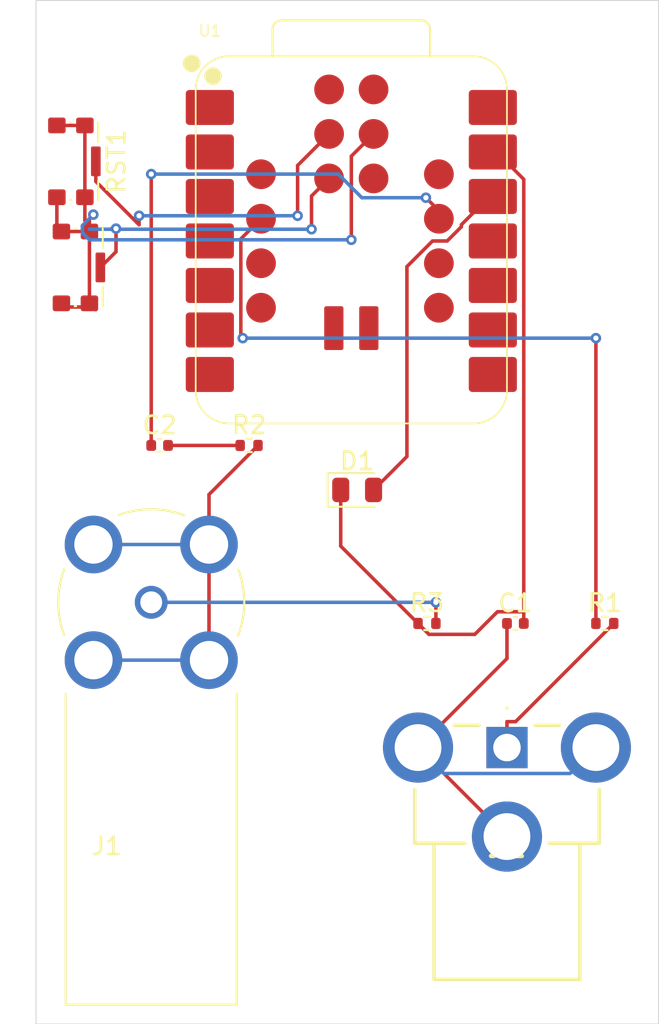
<source format=kicad_pcb>
(kicad_pcb (version 20240108) (generator "pcbnew") (generator_version "8.0")
  (layers (0 "F.Cu" signal) (31 "B.Cu" signal) (34 "B.Paste" user) (35 "F.Paste" user) (36 "B.SilkS" user "B.Silkscreen") (37 "F.SilkS" user "F.Silkscreen") (38 "B.Mask" user) (39 "F.Mask" user) (44 "Edge.Cuts" user))
  (net 0 "")
  (net 1 "Net-(D1-K)")
  (net 2 "Net-(U1-GPIO10{slash}D17{slash}SPI1_SCK)")
  (net 3 "Net-(C2-Pad2)")
  (net 5 "Net-(D1-A)")
  (net 15 "Net-(J1-Pad1)")
  (net 29 "~")
  (net 30 "Net-(C1-Pad1)")
  (net 31 "Net-(J2-Pad1)")
  (net 32 "Net-(U1-GND_1)")
  (net 33 "Net-(BOOT1-B)")
  (net 34 "Net-(RST1-B)")
  (net 35 "Net-(U1-GPIO20{slash}D12{slash}TX1)")
  (footprint "Button_Switch_SMD:SW_SPST_CK_KMS2xxGP" (layer "F.Cu") (at 140.19 57.445 -90)
    (property "Reference" "RST1" (at 0 -2.6 90) (layer "F.SilkS"))
    (property "Value" "RST")
    (fp_line (start -2.21 -0.04) (end -2.21 0.04) (stroke (width 0.12)) (layer "F.SilkS"))
    (fp_line (start 2.21 -0.04) (end 2.21 0.04) (stroke (width 0.12)) (layer "F.SilkS"))
    (fp_line (start -2.21 -1.56) (end -1.11 -1.56) (stroke (width 0.12)) (layer "F.SilkS"))
    (fp_line (start 1.11 -1.56) (end 2.21 -1.56) (stroke (width 0.12)) (layer "F.SilkS"))
    (pad "" np_thru_hole circle (at -0.975 0.75 270) (size 0.9 0.9) (drill 0.9) (layers "F&B.Cu" "*.Mask"))
    (pad "" np_thru_hole circle (at 0.975 0.75 270) (size 0.9 0.9) (drill 0.9) (layers "F&B.Cu" "*.Mask"))
    (pad "1" smd roundrect (at -2.05 -0.8 270) (size 0.9 1) (layers "F.Cu" "F.Paste" "F.Mask") (roundrect_rratio 0.15) (net 32 "Net-(U1-GND_1)"))
    (pad "1" smd roundrect (at 2.05 -0.8 270) (size 0.9 1) (layers "F.Cu" "F.Paste" "F.Mask") (roundrect_rratio 0.15) (net 32 "Net-(U1-GND_1)"))
    (pad "2" smd roundrect (at -2.05 0.8 270) (size 0.9 1) (layers "F.Cu" "F.Paste" "F.Mask") (roundrect_rratio 0.15) (net 32 "Net-(U1-GND_1)"))
    (pad "2" smd roundrect (at 2.05 0.8 270) (size 0.9 1) (layers "F.Cu" "F.Paste" "F.Mask") (roundrect_rratio 0.15) (net 32 "Net-(U1-GND_1)"))
    (pad "SH" smd roundrect (at 0 -1.425 270) (size 1.7 0.55) (layers "F.Cu" "F.Paste" "F.Mask") (roundrect_rratio 0.15) (net 34 "Net-(RST1-B)"))
  )
  (footprint "Seeed Studio XIAO Series Library:XIAO-RP2350-SMD" (layer "F.Cu") (at 156.1275 61.99)
    (property "Reference" "U1" (at -8 -12 0) (layer "F.SilkS") (effects (font (size 0.635 0.635) (thickness 0.1016))))
    (property "Value" "XIAO-RP2350-SMD")
    (fp_line (start -8.8075 8.509) (end -8.8075 -8.636) (stroke (width 0.1)) (layer "F.SilkS"))
    (fp_line (start -6.9025 10.414) (end 7.0675 10.414) (stroke (width 0.1)) (layer "F.SilkS"))
    (fp_line (start -4.4155 -10.553) (end -4.414784 -12.094284) (stroke (width 0.127)) (layer "F.SilkS"))
    (fp_line (start -3.914784 -12.594012) (end 4.080488 -12.594012) (stroke (width 0.127)) (layer "F.SilkS"))
    (fp_line (start 4.580488 -12.094012) (end 4.5815 -10.55) (stroke (width 0.127)) (layer "F.SilkS"))
    (fp_line (start 7.0675 -10.541) (end -6.9025 -10.541) (stroke (width 0.1)) (layer "F.SilkS"))
    (fp_line (start 8.9725 8.509) (end 8.9725 -8.636) (stroke (width 0.1)) (layer "F.SilkS"))
    (fp_arc (start -8.8075 -8.64) (mid -8.249538 -9.987038) (end -6.9025 -10.545) (stroke (width 0.1)) (layer "F.SilkS"))
    (fp_arc (start -6.9025 10.414) (mid -8.249538 9.856038) (end -8.8075 8.509) (stroke (width 0.1)) (layer "F.SilkS"))
    (fp_arc (start -4.414784 -12.094284) (mid -4.268203 -12.447623) (end -3.914784 -12.594012) (stroke (width 0.127)) (layer "F.SilkS"))
    (fp_arc (start 4.080488 -12.594012) (mid 4.434053 -12.44757) (end 4.580488 -12.094012) (stroke (width 0.127)) (layer "F.SilkS"))
    (fp_arc (start 7.0675 -10.541) (mid 8.414538 -9.983038) (end 8.9725 -8.636) (stroke (width 0.1)) (layer "F.SilkS"))
    (fp_arc (start 8.9725 8.509) (mid 8.414538 9.856038) (end 7.0675 10.414) (stroke (width 0.1)) (layer "F.SilkS"))
    (fp_circle (center -9.033512 -10.137012) (end -9.033512 -10.391012) (stroke (width 0.5)) (fill solid) (layer "F.SilkS"))
    (fp_circle (center -7.816512 -9.414012) (end -7.816512 -9.668012) (stroke (width 0.5)) (fill solid) (layer "F.SilkS"))
    (pad "1" smd roundrect (at -8 -7.62 180) (size 2.75 2) (layers "F.Cu" "F.Paste" "F.Mask") (roundrect_rratio 0.1))
    (pad "2" smd roundrect (at -8 -5.08 180) (size 2.75 2) (layers "F.Cu" "F.Paste" "F.Mask") (roundrect_rratio 0.1))
    (pad "3" smd roundrect (at -8 -2.54 180) (size 2.75 2) (layers "F.Cu" "F.Paste" "F.Mask") (roundrect_rratio 0.1))
    (pad "4" smd roundrect (at -8 0 180) (size 2.75 2) (layers "F.Cu" "F.Paste" "F.Mask") (roundrect_rratio 0.1))
    (pad "5" smd roundrect (at -8 2.54 180) (size 2.75 2) (layers "F.Cu" "F.Paste" "F.Mask") (roundrect_rratio 0.1))
    (pad "6" smd roundrect (at -8 5.08 180) (size 2.75 2) (layers "F.Cu" "F.Paste" "F.Mask") (roundrect_rratio 0.1))
    (pad "7" smd roundrect (at -8 7.62 180) (size 2.75 2) (layers "F.Cu" "F.Paste" "F.Mask") (roundrect_rratio 0.1))
    (pad "8" smd roundrect (at 8.165 7.62) (size 2.75 2) (layers "F.Cu" "F.Paste" "F.Mask") (roundrect_rratio 0.1))
    (pad "9" smd roundrect (at 8.165 5.08) (size 2.75 2) (layers "F.Cu" "F.Paste" "F.Mask") (roundrect_rratio 0.1))
    (pad "10" smd roundrect (at 8.165 2.54) (size 2.75 2) (layers "F.Cu" "F.Paste" "F.Mask") (roundrect_rratio 0.1))
    (pad "11" smd roundrect (at 8.165 0) (size 2.75 2) (layers "F.Cu" "F.Paste" "F.Mask") (roundrect_rratio 0.1))
    (pad "12" smd roundrect (at 8.165 -2.54) (size 2.75 2) (layers "F.Cu" "F.Paste" "F.Mask") (roundrect_rratio 0.1) (net 5 "Net-(D1-A)"))
    (pad "13" smd roundrect (at 8.165 -5.08) (size 2.75 2) (layers "F.Cu" "F.Paste" "F.Mask") (roundrect_rratio 0.1) (net 1 "Net-(D1-K)"))
    (pad "14" smd roundrect (at 8.165 -7.62) (size 2.75 2) (layers "F.Cu" "F.Paste" "F.Mask") (roundrect_rratio 0.1))
    (pad "15" smd circle (at 5.083494 -3.81 180) (size 1.7 1.7) (layers "F.Cu" "F.Paste" "F.Mask"))
    (pad "16" smd circle (at 5.083494 -1.27 180) (size 1.7 1.7) (layers "F.Cu" "F.Paste" "F.Mask") (net 35 "Net-(U1-GPIO20{slash}D12{slash}TX1)"))
    (pad "17" smd circle (at 5.083494 1.27 180) (size 1.7 1.7) (layers "F.Cu" "F.Paste" "F.Mask"))
    (pad "18" smd circle (at 5.083494 3.81 180) (size 1.7 1.7) (layers "F.Cu" "F.Paste" "F.Mask"))
    (pad "19" smd circle (at -5.076506 3.81 180) (size 1.7 1.7) (layers "F.Cu" "F.Paste" "F.Mask"))
    (pad "20" smd circle (at -5.076506 1.27 180) (size 1.7 1.7) (layers "F.Cu" "F.Paste" "F.Mask"))
    (pad "21" smd circle (at -5.076506 -1.27 180) (size 1.7 1.7) (layers "F.Cu" "F.Paste" "F.Mask") (net 2 "Net-(U1-GPIO10{slash}D17{slash}SPI1_SCK)"))
    (pad "22" smd circle (at -5.076506 -3.81 180) (size 1.7 1.7) (layers "F.Cu" "F.Paste" "F.Mask"))
    (pad "23" smd circle (at -1.1875 -8.65 180) (size 1.7 1.7) (layers "F.Cu" "F.Paste" "F.Mask"))
    (pad "24" smd circle (at -1.1875 -6.11 180) (size 1.7 1.7) (layers "F.Cu" "F.Paste" "F.Mask") (net 34 "Net-(RST1-B)"))
    (pad "25" smd circle (at -1.1875 -3.57 180) (size 1.7 1.7) (layers "F.Cu" "F.Paste" "F.Mask") (net 33 "Net-(BOOT1-B)"))
    (pad "26" smd circle (at 1.3525 -3.57 180) (size 1.7 1.7) (layers "F.Cu" "F.Paste" "F.Mask"))
    (pad "27" smd circle (at 1.3525 -6.11 180) (size 1.7 1.7) (layers "F.Cu" "F.Paste" "F.Mask") (net 32 "Net-(U1-GND_1)"))
    (pad "28" smd circle (at 1.3525 -8.65 180) (size 1.7 1.7) (layers "F.Cu" "F.Paste" "F.Mask"))
    (pad "29" smd roundrect (at -0.9175 4.974811 270) (size 2.5 1.1) (layers "F.Cu" "F.Paste" "F.Mask") (roundrect_rratio 0.1))
    (pad "30" smd roundrect (at 1.0825 4.974811 270) (size 2.5 1.1) (layers "F.Cu" "F.Paste" "F.Mask") (roundrect_rratio 0.1))
  )
  (footprint "LED_SMD:LED_0805_2012Metric" (layer "F.Cu") (at 156.5425 76.2)
    (property "Reference" "D1" (at 0 -1.65 0) (layer "F.SilkS"))
    (property "Value" "POWER")
    (fp_line (start -1.685 -0.96) (end -1.685 0.96) (stroke (width 0.12)) (layer "F.SilkS"))
    (fp_line (start -1.685 0.96) (end 1 0.96) (stroke (width 0.12)) (layer "F.SilkS"))
    (fp_line (start 1 -0.96) (end -1.685 -0.96) (stroke (width 0.12)) (layer "F.SilkS"))
    (pad "1" smd roundrect (at -0.9375 0) (size 0.975 1.4) (layers "F.Cu" "F.Paste" "F.Mask") (net 1 "Net-(D1-K)"))
    (pad "2" smd roundrect (at 0.9375 0) (size 0.975 1.4) (layers "F.Cu" "F.Paste" "F.Mask") (net 5 "Net-(D1-A)"))
  )
  (footprint "Button_Switch_SMD:SW_SPST_CK_KMS2xxGP" (layer "F.Cu") (at 140.45 63.5 -90)
    (property "Reference" "BOOT1" (hide yes))
    (property "Value" "BOOT")
    (fp_line (start -2.21 -0.04) (end -2.21 0.04) (stroke (width 0.12)) (layer "F.SilkS"))
    (fp_line (start 2.21 -0.04) (end 2.21 0.04) (stroke (width 0.12)) (layer "F.SilkS"))
    (fp_line (start -2.21 -1.56) (end -1.11 -1.56) (stroke (width 0.12)) (layer "F.SilkS"))
    (fp_line (start 1.11 -1.56) (end 2.21 -1.56) (stroke (width 0.12)) (layer "F.SilkS"))
    (pad "" np_thru_hole circle (at -0.975 0.75 270) (size 0.9 0.9) (drill 0.9) (layers "F&B.Cu" "*.Mask"))
    (pad "" np_thru_hole circle (at 0.975 0.75 270) (size 0.9 0.9) (drill 0.9) (layers "F&B.Cu" "*.Mask"))
    (pad "1" smd roundrect (at -2.05 -0.8 270) (size 0.9 1) (layers "F.Cu" "F.Paste" "F.Mask") (roundrect_rratio 0.15) (net 32 "Net-(U1-GND_1)"))
    (pad "1" smd roundrect (at 2.05 -0.8 270) (size 0.9 1) (layers "F.Cu" "F.Paste" "F.Mask") (roundrect_rratio 0.15) (net 32 "Net-(U1-GND_1)"))
    (pad "2" smd roundrect (at -2.05 0.8 270) (size 0.9 1) (layers "F.Cu" "F.Paste" "F.Mask") (roundrect_rratio 0.15) (net 32 "Net-(U1-GND_1)"))
    (pad "2" smd roundrect (at 2.05 0.8 270) (size 0.9 1) (layers "F.Cu" "F.Paste" "F.Mask") (roundrect_rratio 0.15) (net 32 "Net-(U1-GND_1)"))
    (pad "SH" smd roundrect (at 0 -1.425 270) (size 1.7 0.55) (layers "F.Cu" "F.Paste" "F.Mask") (roundrect_rratio 0.15) (net 33 "Net-(BOOT1-B)"))
  )
  (footprint "Capacitor_SMD:C_0402_1005Metric" (layer "F.Cu") (at 165.58 83.82)
    (property "Reference" "C1" (at 0 -1.16 0) (layer "F.SilkS"))
    (property "Value" "47nf")
    (fp_line (start -0.107836 -0.36) (end 0.107836 -0.36) (stroke (width 0.12)) (layer "F.SilkS"))
    (fp_line (start -0.107836 0.36) (end 0.107836 0.36) (stroke (width 0.12)) (layer "F.SilkS"))
    (pad "1" smd roundrect (at -0.48 0) (size 0.56 0.62) (layers "F.Cu" "F.Paste" "F.Mask") (net 30 "Net-(C1-Pad1)"))
    (pad "2" smd roundrect (at 0.48 0) (size 0.56 0.62) (layers "F.Cu" "F.Paste" "F.Mask") (net 1 "Net-(D1-K)"))
  )
  (footprint "Resistor_SMD:R_0402_1005Metric" (layer "F.Cu") (at 170.69 83.82)
    (property "Reference" "R1" (at 0 -1.17 0) (layer "F.SilkS"))
    (property "Value" "3.3k")
    (fp_line (start -0.153641 -0.38) (end 0.153641 -0.38) (stroke (width 0.12)) (layer "F.SilkS"))
    (fp_line (start -0.153641 0.38) (end 0.153641 0.38) (stroke (width 0.12)) (layer "F.SilkS"))
    (pad "1" smd roundrect (at -0.51 0) (size 0.54 0.64) (layers "F.Cu" "F.Paste" "F.Mask") (net 2 "Net-(U1-GPIO10{slash}D17{slash}SPI1_SCK)"))
    (pad "2" smd roundrect (at 0.51 0) (size 0.54 0.64) (layers "F.Cu" "F.Paste" "F.Mask") (net 31 "Net-(J2-Pad1)"))
  )
  (footprint "Resistor_SMD:R_0402_1005Metric" (layer "F.Cu") (at 150.37 73.66)
    (property "Reference" "R2" (at 0 -1.17 0) (layer "F.SilkS"))
    (property "Value" "330")
    (fp_line (start -0.153641 -0.38) (end 0.153641 -0.38) (stroke (width 0.12)) (layer "F.SilkS"))
    (fp_line (start -0.153641 0.38) (end 0.153641 0.38) (stroke (width 0.12)) (layer "F.SilkS"))
    (pad "1" smd roundrect (at -0.51 0) (size 0.54 0.64) (layers "F.Cu" "F.Paste" "F.Mask") (net 3 "Net-(C2-Pad2)"))
    (pad "2" smd roundrect (at 0.51 0) (size 0.54 0.64) (layers "F.Cu" "F.Paste" "F.Mask") (net 29 "~"))
  )
  (footprint "Capacitor_SMD:C_0402_1005Metric" (layer "F.Cu") (at 145.26 73.66)
    (property "Reference" "C2" (at 0 -1.16 0) (layer "F.SilkS"))
    (property "Value" "100nf")
    (fp_line (start -0.107836 -0.36) (end 0.107836 -0.36) (stroke (width 0.12)) (layer "F.SilkS"))
    (fp_line (start -0.107836 0.36) (end 0.107836 0.36) (stroke (width 0.12)) (layer "F.SilkS"))
    (pad "1" smd roundrect (at -0.48 0) (size 0.56 0.62) (layers "F.Cu" "F.Paste" "F.Mask") (net 35 "Net-(U1-GPIO20{slash}D12{slash}TX1)"))
    (pad "2" smd roundrect (at 0.48 0) (size 0.56 0.62) (layers "F.Cu" "F.Paste" "F.Mask") (net 3 "Net-(C2-Pad2)"))
  )
  (footprint "Resistor_SMD:R_0402_1005Metric" (layer "F.Cu") (at 160.53 83.82)
    (property "Reference" "R3" (at 0 -1.17 0) (layer "F.SilkS"))
    (property "Value" "100")
    (fp_line (start -0.153641 -0.38) (end 0.153641 -0.38) (stroke (width 0.12)) (layer "F.SilkS"))
    (fp_line (start -0.153641 0.38) (end 0.153641 0.38) (stroke (width 0.12)) (layer "F.SilkS"))
    (pad "1" smd roundrect (at -0.51 0) (size 0.54 0.64) (layers "F.Cu" "F.Paste" "F.Mask") (net 1 "Net-(D1-K)"))
    (pad "2" smd roundrect (at 0.51 0) (size 0.54 0.64) (layers "F.Cu" "F.Paste" "F.Mask") (net 15 "Net-(J1-Pad1)"))
  )
  (footprint "936:936" (layer "F.Cu") (at 165.1 90.906)
    (property "Reference" "J2" (at 0 5.614 0) (layer "F.SilkS") (effects (font (size 1.27 1.27) (thickness 0.254))))
    (property "Value" "MONO RCA" (hide yes))
    (fp_line (start -5.27 2.4) (end -5.27 5.46) (stroke (width 0.2)) (layer "F.SilkS"))
    (fp_line (start -5.27 5.46) (end -2.4 5.46) (stroke (width 0.2)) (layer "F.SilkS"))
    (fp_line (start -4.165 5.46) (end -4.165 13.23) (stroke (width 0.2)) (layer "F.SilkS"))
    (fp_line (start -4.165 13.23) (end 4.165 13.23) (stroke (width 0.2)) (layer "F.SilkS"))
    (fp_line (start -3 -1.27) (end -1.6 -1.27) (stroke (width 0.2)) (layer "F.SilkS"))
    (fp_line (start 0 -2.3) (end 0 -2.3) (stroke (width 0.1)) (layer "F.SilkS"))
    (fp_line (start 0 -2.2) (end 0 -2.2) (stroke (width 0.1)) (layer "F.SilkS"))
    (fp_line (start 1.6 -1.27) (end 3 -1.27) (stroke (width 0.2)) (layer "F.SilkS"))
    (fp_line (start 4.165 13.23) (end 4.165 5.46) (stroke (width 0.2)) (layer "F.SilkS"))
    (fp_line (start 5.27 2.4) (end 5.27 5.46) (stroke (width 0.2)) (layer "F.SilkS"))
    (fp_line (start 5.27 5.46) (end 2.4 5.46) (stroke (width 0.2)) (layer "F.SilkS"))
    (fp_arc (start 0 -2.3) (mid 0.05 -2.25) (end 0 -2.2) (stroke (width 0.1)) (layer "F.SilkS"))
    (fp_arc (start 0 -2.2) (mid -0.05 -2.25) (end 0 -2.3) (stroke (width 0.1)) (layer "F.SilkS"))
    (pad "1" thru_hole rect (at 0 0) (size 2.355 2.355) (drill 1.57) (layers "*.Cu" "*.Mask") (net 31 "Net-(J2-Pad1)"))
    (pad "MH1" thru_hole circle (at -5.08 0) (size 4.005 4.005) (drill 2.67) (layers "*.Cu" "*.Mask") (net 30 "Net-(C1-Pad1)"))
    (pad "MH2" thru_hole circle (at 5.08 0) (size 4.005 4.005) (drill 2.67) (layers "*.Cu" "*.Mask") (net 30 "Net-(C1-Pad1)"))
    (pad "MH3" thru_hole circle (at 0 5.08) (size 4.005 4.005) (drill 2.67) (layers "*.Cu" "*.Mask") (net 30 "Net-(C1-Pad1)"))
  )
  (footprint "2466268-1:TE_2466268-1" (layer "F.Cu") (at 144.78 82.615)
    (property "Reference" "J1" (at -2.54 13.905 0) (layer "F.SilkS"))
    (property "Value" "SPDIF")
    (fp_line (start -4.8885 22.9635) (end -4.8885 5.2085) (stroke (width 0.127)) (layer "F.SilkS"))
    (fp_line (start -4.8885 22.9635) (end 4.8885 22.9635) (stroke (width 0.127)) (layer "F.SilkS"))
    (fp_line (start 4.8885 22.9635) (end 4.8885 5.2085) (stroke (width 0.127)) (layer "F.SilkS"))
    (fp_arc (start -4.9735 1.87) (mid -5.313985 -0.018883) (end -4.9585 -1.905) (stroke (width 0.127)) (layer "F.SilkS"))
    (fp_arc (start -1.87 -4.9735) (mid 0.018883 -5.313985) (end 1.905 -4.9585) (stroke (width 0.127)) (layer "F.SilkS"))
    (fp_arc (start 4.9735 -1.87) (mid 5.313984 0.018883) (end 4.9585 1.905) (stroke (width 0.127)) (layer "F.SilkS"))
    (pad "1" thru_hole circle (at 0 0) (size 1.88 1.88) (drill 1.25) (layers "*.Cu" "*.Mask") (net 15 "Net-(J1-Pad1)"))
    (pad "2" thru_hole circle (at -3.3 -3.3) (size 3.29 3.29) (drill 2.19) (layers "*.Cu" "*.Mask") (net 29 "~"))
    (pad "3" thru_hole circle (at 3.3 -3.3) (size 3.29 3.29) (drill 2.19) (layers "*.Cu" "*.Mask") (net 29 "~"))
    (pad "4" thru_hole circle (at -3.3 3.3) (size 3.29 3.29) (drill 2.19) (layers "*.Cu" "*.Mask") (net 29 "~"))
    (pad "5" thru_hole circle (at 3.3 3.3) (size 3.29 3.29) (drill 2.19) (layers "*.Cu" "*.Mask") (net 29 "~"))
  )
  (gr_rect (start 138.2 48.26) (end 173.76 106.68) (stroke (width 0.05)) (fill none) (layer "Edge.Cuts"))
  (segment (start 155.605 79.405) (end 160.02 83.82) (width 0.2) (layer "F.Cu") (net 1))
  (segment (start 164.2925 56.91) (end 164.502 56.91) (width 0.2) (layer "F.Cu") (net 1))
  (segment (start 160.02 83.82) (end 160.644 84.4435) (width 0.2) (layer "F.Cu") (net 1))
  (segment (start 160.644 84.4435) (end 163.263 84.4435) (width 0.2) (layer "F.Cu") (net 1))
  (segment (start 164.553 83.1537) (end 166.06 83.1537) (width 0.2) (layer "F.Cu") (net 1))
  (segment (start 166.06 58.468) (end 166.06 83.1537) (width 0.2) (layer "F.Cu") (net 1))
  (segment (start 164.502 56.91) (end 166.06 58.468) (width 0.2) (layer "F.Cu") (net 1))
  (segment (start 163.263 84.4435) (end 164.553 83.1537) (width 0.2) (layer "F.Cu") (net 1))
  (segment (start 166.06 83.1537) (end 166.06 83.82) (width 0.2) (layer "F.Cu") (net 1))
  (segment (start 155.605 76.2) (end 155.605 79.405) (width 0.2) (layer "F.Cu") (net 1))
  (segment (start 164.292 56.91) (end 164.2925 56.91) (width 0.2) (layer "F.Cu") (net 1))
  (segment (start 170.18 83.82) (end 170.18 67.5358) (width 0.2) (layer "F.Cu") (net 2))
  (segment (start 149.899 61.8717) (end 149.899 67.427) (width 0.2) (layer "F.Cu") (net 2))
  (segment (start 151.051 60.72) (end 149.899 61.8717) (width 0.2) (layer "F.Cu") (net 2))
  (segment (start 149.899 67.427) (end 150.008 67.5358) (width 0.2) (layer "F.Cu") (net 2))
  (via (at 170.18 67.5358) (size 0.6) (drill 0.3) (layers "F.Cu" "B.Cu") (net 2))
  (via (at 150.008 67.5358) (size 0.6) (drill 0.3) (layers "F.Cu" "B.Cu") (net 2))
  (segment (start 170.18 67.5358) (end 150.008 67.5358) (width 0.2) (layer "B.Cu") (net 2))
  (segment (start 145.74 73.66) (end 149.86 73.66) (width 0.2) (layer "F.Cu") (net 3))
  (segment (start 164.292 59.45) (end 164.108 59.45) (width 0.2) (layer "F.Cu") (net 5))
  (segment (start 164.292 59.45) (end 164.2925 59.45) (width 0.2) (layer "F.Cu") (net 5))
  (segment (start 164.108 59.45) (end 162.497 61.0609) (width 0.2) (layer "F.Cu") (net 5))
  (segment (start 159.385 63.4528) (end 159.385 74.2947) (width 0.2) (layer "F.Cu") (net 5))
  (segment (start 162.497 61.1772) (end 161.684 61.99) (width 0.2) (layer "F.Cu") (net 5))
  (segment (start 159.385 74.2947) (end 157.48 76.2) (width 0.2) (layer "F.Cu") (net 5))
  (segment (start 162.497 61.0609) (end 162.497 61.1772) (width 0.2) (layer "F.Cu") (net 5))
  (segment (start 160.848 61.99) (end 159.385 63.4528) (width 0.2) (layer "F.Cu") (net 5))
  (segment (start 161.684 61.99) (end 160.848 61.99) (width 0.2) (layer "F.Cu") (net 5))
  (segment (start 161.04 83.82) (end 161.04 82.615) (width 0.2) (layer "F.Cu") (net 15))
  (via (at 161.04 82.615) (size 0.6) (drill 0.3) (layers "F.Cu" "B.Cu") (net 15))
  (segment (start 144.78 82.615) (end 161.04 82.615) (width 0.2) (layer "B.Cu") (net 15))
  (segment (start 148.08 76.46) (end 150.88 73.66) (width 0.2) (layer "F.Cu") (net 29))
  (segment (start 148.08 85.915) (end 148.08 79.315) (width 0.2) (layer "F.Cu") (net 29))
  (segment (start 148.08 79.315) (end 148.08 76.46) (width 0.2) (layer "F.Cu") (net 29))
  (segment (start 141.48 85.915) (end 148.08 85.915) (width 0.2) (layer "B.Cu") (net 29))
  (segment (start 148.08 79.315) (end 141.48 79.315) (width 0.2) (layer "B.Cu") (net 29))
  (segment (start 165.1 95.986) (end 160.02 90.906) (width 0.2) (layer "F.Cu") (net 30))
  (segment (start 160.02 90.906) (end 165.1 85.826) (width 0.2) (layer "F.Cu") (net 30))
  (segment (start 165.1 85.826) (end 165.1 83.82) (width 0.2) (layer "F.Cu") (net 30))
  (segment (start 170.18 90.906) (end 168.701 92.3852) (width 0.2) (layer "B.Cu") (net 30))
  (segment (start 161.499 92.3852) (end 160.02 90.906) (width 0.2) (layer "B.Cu") (net 30))
  (segment (start 168.701 92.3852) (end 161.499 92.3852) (width 0.2) (layer "B.Cu") (net 30))
  (segment (start 165.1 90.906) (end 165.1 89.4268) (width 0.2) (layer "F.Cu") (net 31))
  (segment (start 165.1 89.4268) (end 165.593 89.4268) (width 0.2) (layer "F.Cu") (net 31))
  (segment (start 165.593 89.4268) (end 171.2 83.82) (width 0.2) (layer "F.Cu") (net 31))
  (segment (start 141.25 61.45) (end 141.25 61.0791) (width 0.2) (layer "F.Cu") (net 32))
  (segment (start 141.25 65.55) (end 141.615 65.915) (width 0.2) (layer "F.Cu") (net 32))
  (segment (start 139.39 55.395) (end 140.99 55.395) (width 0.2) (layer "F.Cu") (net 32))
  (segment (start 156.21 61.9226) (end 156.21 57.15) (width 0.2) (layer "F.Cu") (net 32))
  (segment (start 141.25 61.0791) (end 141.25 60.7083) (width 0.2) (layer "F.Cu") (net 32))
  (segment (start 140.015 65.7591) (end 141.041 65.7591) (width 0.2) (layer "F.Cu") (net 32))
  (segment (start 139.39 59.495) (end 139.39 61.19) (width 0.2) (layer "F.Cu") (net 32))
  (segment (start 139.65 65.55) (end 139.859 65.7591) (width 0.2) (layer "F.Cu") (net 32))
  (segment (start 139.859 65.7591) (end 140.015 65.7591) (width 0.2) (layer "F.Cu") (net 32))
  (segment (start 139.65 61.45) (end 141.25 61.45) (width 0.2) (layer "F.Cu") (net 32))
  (segment (start 140.99 59.495) (end 140.99 55.395) (width 0.2) (layer "F.Cu") (net 32))
  (segment (start 141.041 65.7591) (end 141.25 65.55) (width 0.2) (layer "F.Cu") (net 32))
  (segment (start 141.25 60.7083) (end 141.473 60.4856) (width 0.2) (layer "F.Cu") (net 32))
  (segment (start 141.25 65.55) (end 141.25 61.45) (width 0.2) (layer "F.Cu") (net 32))
  (segment (start 141.25 61.0791) (end 140.99 60.8191) (width 0.2) (layer "F.Cu") (net 32))
  (segment (start 156.21 57.15) (end 157.48 55.88) (width 0.2) (layer "F.Cu") (net 32))
  (segment (start 139.39 61.19) (end 139.65 61.45) (width 0.2) (layer "F.Cu") (net 32))
  (segment (start 140.99 60.8191) (end 140.99 59.495) (width 0.2) (layer "F.Cu") (net 32))
  (via (at 156.21 61.9226) (size 0.6) (drill 0.3) (layers "F.Cu" "B.Cu") (net 32))
  (via (at 141.473 60.4856) (size 0.6) (drill 0.3) (layers "F.Cu" "B.Cu") (net 32))
  (segment (start 141.253 61.9226) (end 140.848 61.5182) (width 0.2) (layer "B.Cu") (net 32))
  (segment (start 140.848 61.5182) (end 140.848 61.11) (width 0.2) (layer "B.Cu") (net 32))
  (segment (start 140.848 61.11) (end 141.473 60.4856) (width 0.2) (layer "B.Cu") (net 32))
  (segment (start 156.21 61.9226) (end 141.253 61.9226) (width 0.2) (layer "B.Cu") (net 32))
  (segment (start 142.769 61.2848) (end 142.769 62.6062) (width 0.2) (layer "F.Cu") (net 33))
  (segment (start 142.769 62.6062) (end 141.875 63.5) (width 0.2) (layer "F.Cu") (net 33))
  (segment (start 153.936 59.4242) (end 153.936 61.3197) (width 0.2) (layer "F.Cu") (net 33))
  (segment (start 154.94 58.42) (end 153.936 59.4242) (width 0.2) (layer "F.Cu") (net 33))
  (via (at 153.936 61.3197) (size 0.6) (drill 0.3) (layers "F.Cu" "B.Cu") (net 33))
  (via (at 142.769 61.2848) (size 0.6) (drill 0.3) (layers "F.Cu" "B.Cu") (net 33))
  (segment (start 142.503 61.2848) (end 142.769 61.2848) (width 0.2) (layer "B.Cu") (net 33))
  (segment (start 142.468 61.3197) (end 141.25 61.3197) (width 0.2) (layer "B.Cu") (net 33))
  (segment (start 142.468 61.3197) (end 142.503 61.2848) (width 0.2) (layer "B.Cu") (net 33))
  (segment (start 153.936 61.3197) (end 142.468 61.3197) (width 0.2) (layer "B.Cu") (net 33))
  (segment (start 153.141 57.6794) (end 153.141 60.5508) (width 0.2) (layer "F.Cu") (net 34))
  (segment (start 144.087 60.5508) (end 144.087 61.0649) (width 0.2) (layer "F.Cu") (net 34))
  (segment (start 141.615 58.5929) (end 141.615 57.445) (width 0.2) (layer "F.Cu") (net 34))
  (segment (start 154.94 55.88) (end 153.141 57.6794) (width 0.2) (layer "F.Cu") (net 34))
  (segment (start 144.087 61.0649) (end 141.615 58.5929) (width 0.2) (layer "F.Cu") (net 34))
  (via (at 144.087 60.5508) (size 0.6) (drill 0.3) (layers "F.Cu" "B.Cu") (net 34))
  (via (at 153.141 60.5508) (size 0.6) (drill 0.3) (layers "F.Cu" "B.Cu") (net 34))
  (segment (start 144.087 60.5508) (end 153.141 60.5508) (width 0.2) (layer "B.Cu") (net 34))
  (segment (start 161.211 60.2621) (end 161.211 60.72) (width 0.2) (layer "F.Cu") (net 35))
  (segment (start 160.47 59.5211) (end 161.211 60.2621) (width 0.2) (layer "F.Cu") (net 35))
  (segment (start 144.78 58.172) (end 144.78 73.66) (width 0.2) (layer "F.Cu") (net 35))
  (via (at 160.47 59.5211) (size 0.6) (drill 0.3) (layers "F.Cu" "B.Cu") (net 35))
  (via (at 144.78 58.172) (size 0.6) (drill 0.3) (layers "F.Cu" "B.Cu") (net 35))
  (segment (start 155.4611 58.172) (end 156.8102 59.5211) (width 0.2) (layer "B.Cu") (net 35))
  (segment (start 144.78 58.172) (end 155.4611 58.172) (width 0.2) (layer "B.Cu") (net 35))
  (segment (start 160.47 59.5211) (end 156.8102 59.5211) (width 0.2) (layer "B.Cu") (net 35))
)
</source>
